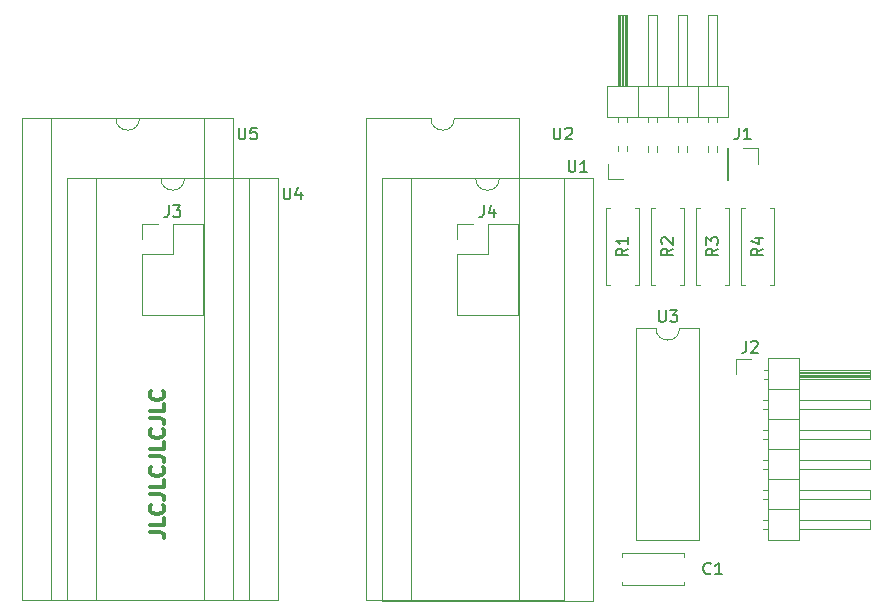
<source format=gbr>
%TF.GenerationSoftware,KiCad,Pcbnew,6.0.0-d3dd2cf0fa~116~ubuntu21.10.1*%
%TF.CreationDate,2022-01-11T21:52:59+01:00*%
%TF.ProjectId,QL_ROM_internal_V2,514c5f52-4f4d-45f6-996e-7465726e616c,rev?*%
%TF.SameCoordinates,Original*%
%TF.FileFunction,Legend,Top*%
%TF.FilePolarity,Positive*%
%FSLAX46Y46*%
G04 Gerber Fmt 4.6, Leading zero omitted, Abs format (unit mm)*
G04 Created by KiCad (PCBNEW 6.0.0-d3dd2cf0fa~116~ubuntu21.10.1) date 2022-01-11 21:52:59*
%MOMM*%
%LPD*%
G01*
G04 APERTURE LIST*
%ADD10C,0.300000*%
%ADD11C,0.150000*%
%ADD12C,0.120000*%
G04 APERTURE END LIST*
D10*
X108535476Y-91498809D02*
X109428333Y-91498809D01*
X109606904Y-91558333D01*
X109725952Y-91677380D01*
X109785476Y-91855952D01*
X109785476Y-91975000D01*
X109785476Y-90308333D02*
X109785476Y-90903571D01*
X108535476Y-90903571D01*
X109666428Y-89177380D02*
X109725952Y-89236904D01*
X109785476Y-89415476D01*
X109785476Y-89534523D01*
X109725952Y-89713095D01*
X109606904Y-89832142D01*
X109487857Y-89891666D01*
X109249761Y-89951190D01*
X109071190Y-89951190D01*
X108833095Y-89891666D01*
X108714047Y-89832142D01*
X108595000Y-89713095D01*
X108535476Y-89534523D01*
X108535476Y-89415476D01*
X108595000Y-89236904D01*
X108654523Y-89177380D01*
X108535476Y-88284523D02*
X109428333Y-88284523D01*
X109606904Y-88344047D01*
X109725952Y-88463095D01*
X109785476Y-88641666D01*
X109785476Y-88760714D01*
X109785476Y-87094047D02*
X109785476Y-87689285D01*
X108535476Y-87689285D01*
X109666428Y-85963095D02*
X109725952Y-86022619D01*
X109785476Y-86201190D01*
X109785476Y-86320238D01*
X109725952Y-86498809D01*
X109606904Y-86617857D01*
X109487857Y-86677380D01*
X109249761Y-86736904D01*
X109071190Y-86736904D01*
X108833095Y-86677380D01*
X108714047Y-86617857D01*
X108595000Y-86498809D01*
X108535476Y-86320238D01*
X108535476Y-86201190D01*
X108595000Y-86022619D01*
X108654523Y-85963095D01*
X108535476Y-85070238D02*
X109428333Y-85070238D01*
X109606904Y-85129761D01*
X109725952Y-85248809D01*
X109785476Y-85427380D01*
X109785476Y-85546428D01*
X109785476Y-83879761D02*
X109785476Y-84475000D01*
X108535476Y-84475000D01*
X109666428Y-82748809D02*
X109725952Y-82808333D01*
X109785476Y-82986904D01*
X109785476Y-83105952D01*
X109725952Y-83284523D01*
X109606904Y-83403571D01*
X109487857Y-83463095D01*
X109249761Y-83522619D01*
X109071190Y-83522619D01*
X108833095Y-83463095D01*
X108714047Y-83403571D01*
X108595000Y-83284523D01*
X108535476Y-83105952D01*
X108535476Y-82986904D01*
X108595000Y-82808333D01*
X108654523Y-82748809D01*
X108535476Y-81855952D02*
X109428333Y-81855952D01*
X109606904Y-81915476D01*
X109725952Y-82034523D01*
X109785476Y-82213095D01*
X109785476Y-82332142D01*
X109785476Y-80665476D02*
X109785476Y-81260714D01*
X108535476Y-81260714D01*
X109666428Y-79534523D02*
X109725952Y-79594047D01*
X109785476Y-79772619D01*
X109785476Y-79891666D01*
X109725952Y-80070238D01*
X109606904Y-80189285D01*
X109487857Y-80248809D01*
X109249761Y-80308333D01*
X109071190Y-80308333D01*
X108833095Y-80248809D01*
X108714047Y-80189285D01*
X108595000Y-80070238D01*
X108535476Y-79891666D01*
X108535476Y-79772619D01*
X108595000Y-79594047D01*
X108654523Y-79534523D01*
D11*
%TO.C,R4*%
X160472380Y-67476666D02*
X159996190Y-67810000D01*
X160472380Y-68048095D02*
X159472380Y-68048095D01*
X159472380Y-67667142D01*
X159520000Y-67571904D01*
X159567619Y-67524285D01*
X159662857Y-67476666D01*
X159805714Y-67476666D01*
X159900952Y-67524285D01*
X159948571Y-67571904D01*
X159996190Y-67667142D01*
X159996190Y-68048095D01*
X159805714Y-66619523D02*
X160472380Y-66619523D01*
X159424761Y-66857619D02*
X160139047Y-67095714D01*
X160139047Y-66476666D01*
%TO.C,U5*%
X116078095Y-57237380D02*
X116078095Y-58046904D01*
X116125714Y-58142142D01*
X116173333Y-58189761D01*
X116268571Y-58237380D01*
X116459047Y-58237380D01*
X116554285Y-58189761D01*
X116601904Y-58142142D01*
X116649523Y-58046904D01*
X116649523Y-57237380D01*
X117601904Y-57237380D02*
X117125714Y-57237380D01*
X117078095Y-57713571D01*
X117125714Y-57665952D01*
X117220952Y-57618333D01*
X117459047Y-57618333D01*
X117554285Y-57665952D01*
X117601904Y-57713571D01*
X117649523Y-57808809D01*
X117649523Y-58046904D01*
X117601904Y-58142142D01*
X117554285Y-58189761D01*
X117459047Y-58237380D01*
X117220952Y-58237380D01*
X117125714Y-58189761D01*
X117078095Y-58142142D01*
%TO.C,R1*%
X149042380Y-67476666D02*
X148566190Y-67810000D01*
X149042380Y-68048095D02*
X148042380Y-68048095D01*
X148042380Y-67667142D01*
X148090000Y-67571904D01*
X148137619Y-67524285D01*
X148232857Y-67476666D01*
X148375714Y-67476666D01*
X148470952Y-67524285D01*
X148518571Y-67571904D01*
X148566190Y-67667142D01*
X148566190Y-68048095D01*
X149042380Y-66524285D02*
X149042380Y-67095714D01*
X149042380Y-66810000D02*
X148042380Y-66810000D01*
X148185238Y-66905238D01*
X148280476Y-67000476D01*
X148328095Y-67095714D01*
%TO.C,U1*%
X144018095Y-59997380D02*
X144018095Y-60806904D01*
X144065714Y-60902142D01*
X144113333Y-60949761D01*
X144208571Y-60997380D01*
X144399047Y-60997380D01*
X144494285Y-60949761D01*
X144541904Y-60902142D01*
X144589523Y-60806904D01*
X144589523Y-59997380D01*
X145589523Y-60997380D02*
X145018095Y-60997380D01*
X145303809Y-60997380D02*
X145303809Y-59997380D01*
X145208571Y-60140238D01*
X145113333Y-60235476D01*
X145018095Y-60283095D01*
%TO.C,U3*%
X151648095Y-72682380D02*
X151648095Y-73491904D01*
X151695714Y-73587142D01*
X151743333Y-73634761D01*
X151838571Y-73682380D01*
X152029047Y-73682380D01*
X152124285Y-73634761D01*
X152171904Y-73587142D01*
X152219523Y-73491904D01*
X152219523Y-72682380D01*
X152600476Y-72682380D02*
X153219523Y-72682380D01*
X152886190Y-73063333D01*
X153029047Y-73063333D01*
X153124285Y-73110952D01*
X153171904Y-73158571D01*
X153219523Y-73253809D01*
X153219523Y-73491904D01*
X153171904Y-73587142D01*
X153124285Y-73634761D01*
X153029047Y-73682380D01*
X152743333Y-73682380D01*
X152648095Y-73634761D01*
X152600476Y-73587142D01*
%TO.C,J2*%
X159051666Y-75287380D02*
X159051666Y-76001666D01*
X159004047Y-76144523D01*
X158908809Y-76239761D01*
X158765952Y-76287380D01*
X158670714Y-76287380D01*
X159480238Y-75382619D02*
X159527857Y-75335000D01*
X159623095Y-75287380D01*
X159861190Y-75287380D01*
X159956428Y-75335000D01*
X160004047Y-75382619D01*
X160051666Y-75477857D01*
X160051666Y-75573095D01*
X160004047Y-75715952D01*
X159432619Y-76287380D01*
X160051666Y-76287380D01*
%TO.C,J3*%
X110151666Y-63812380D02*
X110151666Y-64526666D01*
X110104047Y-64669523D01*
X110008809Y-64764761D01*
X109865952Y-64812380D01*
X109770714Y-64812380D01*
X110532619Y-63812380D02*
X111151666Y-63812380D01*
X110818333Y-64193333D01*
X110961190Y-64193333D01*
X111056428Y-64240952D01*
X111104047Y-64288571D01*
X111151666Y-64383809D01*
X111151666Y-64621904D01*
X111104047Y-64717142D01*
X111056428Y-64764761D01*
X110961190Y-64812380D01*
X110675476Y-64812380D01*
X110580238Y-64764761D01*
X110532619Y-64717142D01*
%TO.C,R3*%
X156662380Y-67476666D02*
X156186190Y-67810000D01*
X156662380Y-68048095D02*
X155662380Y-68048095D01*
X155662380Y-67667142D01*
X155710000Y-67571904D01*
X155757619Y-67524285D01*
X155852857Y-67476666D01*
X155995714Y-67476666D01*
X156090952Y-67524285D01*
X156138571Y-67571904D01*
X156186190Y-67667142D01*
X156186190Y-68048095D01*
X155662380Y-67143333D02*
X155662380Y-66524285D01*
X156043333Y-66857619D01*
X156043333Y-66714761D01*
X156090952Y-66619523D01*
X156138571Y-66571904D01*
X156233809Y-66524285D01*
X156471904Y-66524285D01*
X156567142Y-66571904D01*
X156614761Y-66619523D01*
X156662380Y-66714761D01*
X156662380Y-67000476D01*
X156614761Y-67095714D01*
X156567142Y-67143333D01*
%TO.C,J1*%
X158416666Y-57237380D02*
X158416666Y-57951666D01*
X158369047Y-58094523D01*
X158273809Y-58189761D01*
X158130952Y-58237380D01*
X158035714Y-58237380D01*
X159416666Y-58237380D02*
X158845238Y-58237380D01*
X159130952Y-58237380D02*
X159130952Y-57237380D01*
X159035714Y-57380238D01*
X158940476Y-57475476D01*
X158845238Y-57523095D01*
%TO.C,U2*%
X142748095Y-57237380D02*
X142748095Y-58046904D01*
X142795714Y-58142142D01*
X142843333Y-58189761D01*
X142938571Y-58237380D01*
X143129047Y-58237380D01*
X143224285Y-58189761D01*
X143271904Y-58142142D01*
X143319523Y-58046904D01*
X143319523Y-57237380D01*
X143748095Y-57332619D02*
X143795714Y-57285000D01*
X143890952Y-57237380D01*
X144129047Y-57237380D01*
X144224285Y-57285000D01*
X144271904Y-57332619D01*
X144319523Y-57427857D01*
X144319523Y-57523095D01*
X144271904Y-57665952D01*
X143700476Y-58237380D01*
X144319523Y-58237380D01*
%TO.C,R2*%
X152852380Y-67476666D02*
X152376190Y-67810000D01*
X152852380Y-68048095D02*
X151852380Y-68048095D01*
X151852380Y-67667142D01*
X151900000Y-67571904D01*
X151947619Y-67524285D01*
X152042857Y-67476666D01*
X152185714Y-67476666D01*
X152280952Y-67524285D01*
X152328571Y-67571904D01*
X152376190Y-67667142D01*
X152376190Y-68048095D01*
X151947619Y-67095714D02*
X151900000Y-67048095D01*
X151852380Y-66952857D01*
X151852380Y-66714761D01*
X151900000Y-66619523D01*
X151947619Y-66571904D01*
X152042857Y-66524285D01*
X152138095Y-66524285D01*
X152280952Y-66571904D01*
X152852380Y-67143333D01*
X152852380Y-66524285D01*
%TO.C,C1*%
X156043333Y-94972142D02*
X155995714Y-95019761D01*
X155852857Y-95067380D01*
X155757619Y-95067380D01*
X155614761Y-95019761D01*
X155519523Y-94924523D01*
X155471904Y-94829285D01*
X155424285Y-94638809D01*
X155424285Y-94495952D01*
X155471904Y-94305476D01*
X155519523Y-94210238D01*
X155614761Y-94115000D01*
X155757619Y-94067380D01*
X155852857Y-94067380D01*
X155995714Y-94115000D01*
X156043333Y-94162619D01*
X156995714Y-95067380D02*
X156424285Y-95067380D01*
X156710000Y-95067380D02*
X156710000Y-94067380D01*
X156614761Y-94210238D01*
X156519523Y-94305476D01*
X156424285Y-94353095D01*
%TO.C,U4*%
X119888095Y-62317380D02*
X119888095Y-63126904D01*
X119935714Y-63222142D01*
X119983333Y-63269761D01*
X120078571Y-63317380D01*
X120269047Y-63317380D01*
X120364285Y-63269761D01*
X120411904Y-63222142D01*
X120459523Y-63126904D01*
X120459523Y-62317380D01*
X121364285Y-62650714D02*
X121364285Y-63317380D01*
X121126190Y-62269761D02*
X120888095Y-62984047D01*
X121507142Y-62984047D01*
%TO.C,J4*%
X136816666Y-63812380D02*
X136816666Y-64526666D01*
X136769047Y-64669523D01*
X136673809Y-64764761D01*
X136530952Y-64812380D01*
X136435714Y-64812380D01*
X137721428Y-64145714D02*
X137721428Y-64812380D01*
X137483333Y-63764761D02*
X137245238Y-64479047D01*
X137864285Y-64479047D01*
D12*
%TO.C,R4*%
X158980000Y-70580000D02*
X158650000Y-70580000D01*
X158650000Y-64040000D02*
X158980000Y-64040000D01*
X161060000Y-70580000D02*
X161390000Y-70580000D01*
X161390000Y-64040000D02*
X161060000Y-64040000D01*
X161390000Y-70580000D02*
X161390000Y-64040000D01*
X158650000Y-70580000D02*
X158650000Y-64040000D01*
%TO.C,U5*%
X115630000Y-56395000D02*
X97730000Y-56395000D01*
X115630000Y-97275000D02*
X115630000Y-56395000D01*
X97730000Y-97275000D02*
X115630000Y-97275000D01*
X100220000Y-97215000D02*
X113140000Y-97215000D01*
X113140000Y-56455000D02*
X107680000Y-56455000D01*
X105680000Y-56455000D02*
X100220000Y-56455000D01*
X113140000Y-97215000D02*
X113140000Y-56455000D01*
X97730000Y-56395000D02*
X97730000Y-97275000D01*
X100220000Y-56455000D02*
X100220000Y-97215000D01*
X105680000Y-56455000D02*
G75*
G03*
X107680000Y-56455000I1000000J0D01*
G01*
%TO.C,R1*%
X147220000Y-64040000D02*
X147550000Y-64040000D01*
X147550000Y-70580000D02*
X147220000Y-70580000D01*
X149630000Y-70580000D02*
X149960000Y-70580000D01*
X147220000Y-70580000D02*
X147220000Y-64040000D01*
X149960000Y-70580000D02*
X149960000Y-64040000D01*
X149960000Y-64040000D02*
X149630000Y-64040000D01*
%TO.C,U1*%
X130690000Y-97225000D02*
X143610000Y-97225000D01*
X130690000Y-61545000D02*
X130690000Y-97225000D01*
X136150000Y-61545000D02*
X130690000Y-61545000D01*
X143610000Y-61545000D02*
X138150000Y-61545000D01*
X128200000Y-61485000D02*
X128200000Y-97285000D01*
X143610000Y-97225000D02*
X143610000Y-61545000D01*
X146100000Y-61485000D02*
X128200000Y-61485000D01*
X146100000Y-97285000D02*
X146100000Y-61485000D01*
X128200000Y-97285000D02*
X146100000Y-97285000D01*
X136150000Y-61545000D02*
G75*
G03*
X138150000Y-61545000I1000000J0D01*
G01*
%TO.C,U3*%
X151410000Y-74230000D02*
X149760000Y-74230000D01*
X149760000Y-74230000D02*
X149760000Y-92130000D01*
X149760000Y-92130000D02*
X155060000Y-92130000D01*
X155060000Y-74230000D02*
X153410000Y-74230000D01*
X155060000Y-92130000D02*
X155060000Y-74230000D01*
X151410000Y-74230000D02*
G75*
G03*
X153410000Y-74230000I1000000J0D01*
G01*
%TO.C,J2*%
X160497929Y-85345000D02*
X160895000Y-85345000D01*
X169555000Y-82805000D02*
X169555000Y-83565000D01*
X163555000Y-78025000D02*
X169555000Y-78025000D01*
X163555000Y-90425000D02*
X169555000Y-90425000D01*
X163555000Y-85345000D02*
X169555000Y-85345000D01*
X163555000Y-76775000D02*
X160895000Y-76775000D01*
X169555000Y-78485000D02*
X163555000Y-78485000D01*
X169555000Y-86105000D02*
X163555000Y-86105000D01*
X163555000Y-92135000D02*
X163555000Y-76775000D01*
X163555000Y-87885000D02*
X169555000Y-87885000D01*
X160895000Y-84455000D02*
X163555000Y-84455000D01*
X169555000Y-90425000D02*
X169555000Y-91185000D01*
X169555000Y-83565000D02*
X163555000Y-83565000D01*
X163555000Y-77905000D02*
X169555000Y-77905000D01*
X158185000Y-78105000D02*
X158185000Y-76835000D01*
X163555000Y-78145000D02*
X169555000Y-78145000D01*
X169555000Y-81025000D02*
X163555000Y-81025000D01*
X160497929Y-88645000D02*
X160895000Y-88645000D01*
X160895000Y-92135000D02*
X163555000Y-92135000D01*
X169555000Y-88645000D02*
X163555000Y-88645000D01*
X160497929Y-86105000D02*
X160895000Y-86105000D01*
X160497929Y-90425000D02*
X160895000Y-90425000D01*
X160497929Y-82805000D02*
X160895000Y-82805000D01*
X158185000Y-76835000D02*
X159455000Y-76835000D01*
X169555000Y-80265000D02*
X169555000Y-81025000D01*
X163555000Y-78385000D02*
X169555000Y-78385000D01*
X169555000Y-77725000D02*
X169555000Y-78485000D01*
X160497929Y-83565000D02*
X160895000Y-83565000D01*
X160895000Y-81915000D02*
X163555000Y-81915000D01*
X169555000Y-87885000D02*
X169555000Y-88645000D01*
X163555000Y-77785000D02*
X169555000Y-77785000D01*
X163555000Y-78265000D02*
X169555000Y-78265000D01*
X163555000Y-82805000D02*
X169555000Y-82805000D01*
X160497929Y-87885000D02*
X160895000Y-87885000D01*
X160895000Y-76775000D02*
X160895000Y-92135000D01*
X160565000Y-78485000D02*
X160895000Y-78485000D01*
X160497929Y-80265000D02*
X160895000Y-80265000D01*
X160895000Y-79375000D02*
X163555000Y-79375000D01*
X160895000Y-89535000D02*
X163555000Y-89535000D01*
X169555000Y-85345000D02*
X169555000Y-86105000D01*
X160497929Y-91185000D02*
X160895000Y-91185000D01*
X160895000Y-86995000D02*
X163555000Y-86995000D01*
X163555000Y-80265000D02*
X169555000Y-80265000D01*
X163555000Y-77725000D02*
X169555000Y-77725000D01*
X160497929Y-81025000D02*
X160895000Y-81025000D01*
X160565000Y-77725000D02*
X160895000Y-77725000D01*
X169555000Y-91185000D02*
X163555000Y-91185000D01*
%TO.C,J3*%
X107885000Y-67960000D02*
X110485000Y-67960000D01*
X110485000Y-65360000D02*
X113085000Y-65360000D01*
X107885000Y-73100000D02*
X113085000Y-73100000D01*
X110485000Y-67960000D02*
X110485000Y-65360000D01*
X107885000Y-65360000D02*
X109215000Y-65360000D01*
X107885000Y-66690000D02*
X107885000Y-65360000D01*
X107885000Y-67960000D02*
X107885000Y-73100000D01*
X113085000Y-65360000D02*
X113085000Y-73100000D01*
%TO.C,R3*%
X154840000Y-64040000D02*
X155170000Y-64040000D01*
X157580000Y-70580000D02*
X157580000Y-64040000D01*
X157250000Y-70580000D02*
X157580000Y-70580000D01*
X154840000Y-70580000D02*
X154840000Y-64040000D01*
X155170000Y-70580000D02*
X154840000Y-70580000D01*
X157580000Y-64040000D02*
X157250000Y-64040000D01*
%TO.C,J1*%
X157550000Y-56345000D02*
X157550000Y-53685000D01*
X155840000Y-53685000D02*
X155840000Y-47685000D01*
X152410000Y-56345000D02*
X152410000Y-53685000D01*
X149870000Y-56345000D02*
X149870000Y-53685000D01*
X150760000Y-47685000D02*
X151520000Y-47685000D01*
X148760000Y-53685000D02*
X148760000Y-47685000D01*
X148400000Y-53685000D02*
X148400000Y-47685000D01*
X150760000Y-59282071D02*
X150760000Y-58827929D01*
X153300000Y-47685000D02*
X154060000Y-47685000D01*
X157550000Y-53685000D02*
X147270000Y-53685000D01*
X156600000Y-47685000D02*
X156600000Y-53685000D01*
X153300000Y-53685000D02*
X153300000Y-47685000D01*
X154060000Y-56742071D02*
X154060000Y-56345000D01*
X148880000Y-53685000D02*
X148880000Y-47685000D01*
X151520000Y-56742071D02*
X151520000Y-56345000D01*
X148980000Y-56742071D02*
X148980000Y-56345000D01*
X148220000Y-47685000D02*
X148980000Y-47685000D01*
X148520000Y-53685000D02*
X148520000Y-47685000D01*
X148280000Y-53685000D02*
X148280000Y-47685000D01*
X148980000Y-47685000D02*
X148980000Y-53685000D01*
X148220000Y-53685000D02*
X148220000Y-47685000D01*
X147270000Y-53685000D02*
X147270000Y-56345000D01*
X154950000Y-56345000D02*
X154950000Y-53685000D01*
X147270000Y-56345000D02*
X157550000Y-56345000D01*
X156600000Y-59282071D02*
X156600000Y-58827929D01*
X150760000Y-56742071D02*
X150760000Y-56345000D01*
X148220000Y-56742071D02*
X148220000Y-56345000D01*
X148640000Y-53685000D02*
X148640000Y-47685000D01*
X155840000Y-59282071D02*
X155840000Y-58827929D01*
X155840000Y-47685000D02*
X156600000Y-47685000D01*
X151520000Y-59282071D02*
X151520000Y-58827929D01*
X153300000Y-59282071D02*
X153300000Y-58827929D01*
X151520000Y-47685000D02*
X151520000Y-53685000D01*
X154060000Y-47685000D02*
X154060000Y-53685000D01*
X150760000Y-53685000D02*
X150760000Y-47685000D01*
X154060000Y-59282071D02*
X154060000Y-58827929D01*
X148220000Y-59215000D02*
X148220000Y-58827929D01*
X148980000Y-59215000D02*
X148980000Y-58827929D01*
X153300000Y-56742071D02*
X153300000Y-56345000D01*
X147330000Y-61595000D02*
X147330000Y-60325000D01*
X155840000Y-56742071D02*
X155840000Y-56345000D01*
X156600000Y-56742071D02*
X156600000Y-56345000D01*
X148600000Y-61595000D02*
X147330000Y-61595000D01*
%TO.C,U2*%
X126885000Y-97215000D02*
X139805000Y-97215000D01*
X132345000Y-56455000D02*
X126885000Y-56455000D01*
X139805000Y-56455000D02*
X134345000Y-56455000D01*
X139805000Y-97215000D02*
X139805000Y-56455000D01*
X126885000Y-56455000D02*
X126885000Y-97215000D01*
X132345000Y-56455000D02*
G75*
G03*
X134345000Y-56455000I1000000J0D01*
G01*
%TO.C,R2*%
X151030000Y-64040000D02*
X151360000Y-64040000D01*
X151360000Y-70580000D02*
X151030000Y-70580000D01*
X151030000Y-70580000D02*
X151030000Y-64040000D01*
X153770000Y-64040000D02*
X153440000Y-64040000D01*
X153440000Y-70580000D02*
X153770000Y-70580000D01*
X153770000Y-70580000D02*
X153770000Y-64040000D01*
%TO.C,J5*%
X157480000Y-61655000D02*
X157420000Y-61655000D01*
X157480000Y-58995000D02*
X157420000Y-58995000D01*
X160080000Y-58995000D02*
X160080000Y-60325000D01*
X157420000Y-58995000D02*
X157420000Y-61655000D01*
X157480000Y-58995000D02*
X157480000Y-61655000D01*
X158750000Y-58995000D02*
X160080000Y-58995000D01*
%TO.C,C1*%
X153750000Y-95985000D02*
X153750000Y-95670000D01*
X148510000Y-93560000D02*
X148510000Y-93245000D01*
X153750000Y-93245000D02*
X148510000Y-93245000D01*
X148510000Y-95985000D02*
X148510000Y-95670000D01*
X153750000Y-95985000D02*
X148510000Y-95985000D01*
X153750000Y-93560000D02*
X153750000Y-93245000D01*
%TO.C,U4*%
X109490000Y-61535000D02*
X104030000Y-61535000D01*
X119440000Y-61475000D02*
X101540000Y-61475000D01*
X119440000Y-97275000D02*
X119440000Y-61475000D01*
X104030000Y-97215000D02*
X116950000Y-97215000D01*
X101540000Y-97275000D02*
X119440000Y-97275000D01*
X116950000Y-61535000D02*
X111490000Y-61535000D01*
X116950000Y-97215000D02*
X116950000Y-61535000D01*
X101540000Y-61475000D02*
X101540000Y-97275000D01*
X104030000Y-61535000D02*
X104030000Y-97215000D01*
X109490000Y-61535000D02*
G75*
G03*
X111490000Y-61535000I1000000J0D01*
G01*
%TO.C,J4*%
X134550000Y-66690000D02*
X134550000Y-65360000D01*
X137150000Y-65360000D02*
X139750000Y-65360000D01*
X134550000Y-65360000D02*
X135880000Y-65360000D01*
X134550000Y-73100000D02*
X139750000Y-73100000D01*
X139750000Y-65360000D02*
X139750000Y-73100000D01*
X134550000Y-67960000D02*
X134550000Y-73100000D01*
X134550000Y-67960000D02*
X137150000Y-67960000D01*
X137150000Y-67960000D02*
X137150000Y-65360000D01*
%TD*%
M02*

</source>
